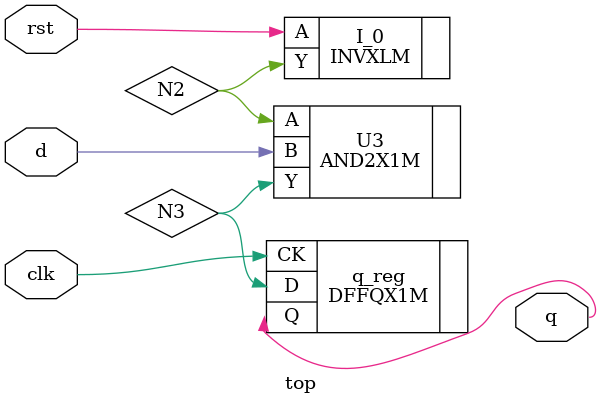
<source format=v>


module top ( clk, rst, d, q );
  input clk, rst, d;
  output q;
  wire   N2, N3;

  INVXLM I_0 ( .A(rst), .Y(N2) );
  AND2X1M U3 ( .A(N2), .B(d), .Y(N3) );
  DFFQX1M q_reg ( .D(N3), .CK(clk), .Q(q) );
endmodule


</source>
